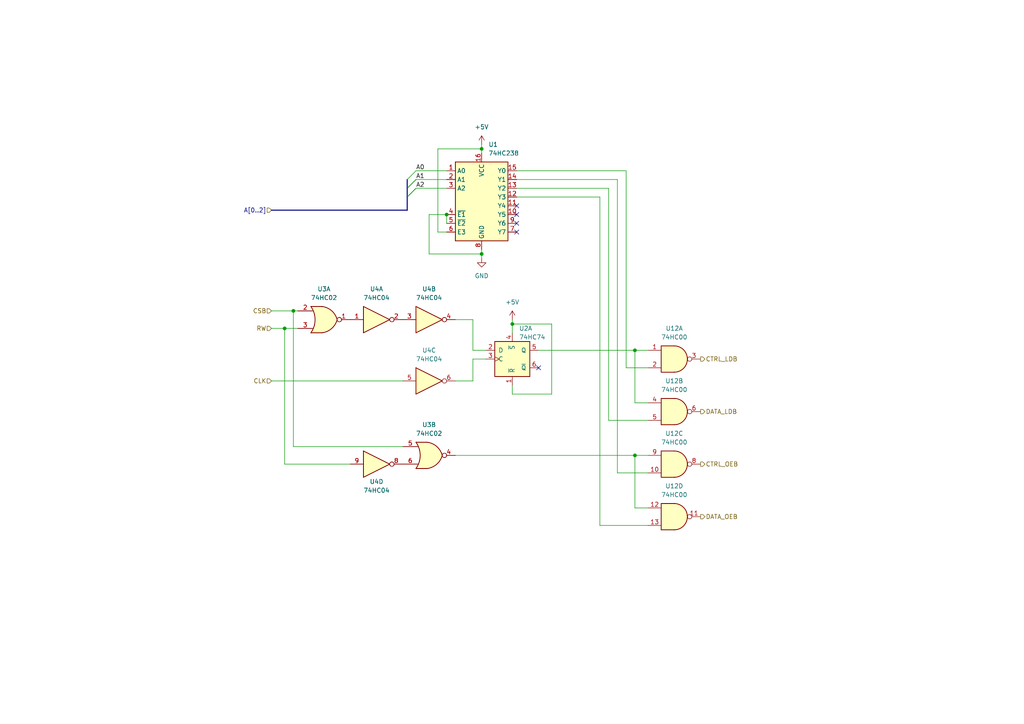
<source format=kicad_sch>
(kicad_sch (version 20230121) (generator eeschema)
  (paper "A4")
  (lib_symbols
    (symbol "+5V_1" (power) (pin_names (offset 0))
      (property "Value" "+5V_1" (at 0 3.556 0))
      (symbol "+5V_1_0_1"
        (polyline (pts (xy -0.762 1.27) (xy 0 2.54)))
        (polyline (pts (xy 0 0) (xy 0 2.54)))
        (polyline (pts (xy 0 2.54) (xy 0.762 1.27)))
      )
      (symbol "+5V_1_1_1"
        (pin power_in line (at 0 0 90) (length 0) hide (name "+5V") (number "1"))
      )
    )
    (symbol "74xx:74HC00" (pin_names (offset 1.016))
      (property "Reference" "U" (at 0 1.27 0))
      (property "Value" "74HC00" (at 0 -1.27 0))
      (symbol "74HC00_1_1"
        (arc (start 0 -3.81) (mid 3.7934 0) (end 0 3.81) (stroke (width 0.254)) (fill (type background)))
        (polyline (pts (xy 0 3.81) (xy -3.81 3.81) (xy -3.81 -3.81) (xy 0 -3.81)) (stroke (width 0.254)) (fill (type background)))
        (pin input line (at -7.62 2.54 0) (length 3.81) (name "~") (number "1"))
        (pin input line (at -7.62 -2.54 0) (length 3.81) (name "~") (number "2"))
        (pin output inverted (at 7.62 0 180) (length 3.81) (name "~") (number "3"))
      )
      (symbol "74HC00_1_2"
        (arc (start -3.81 -3.81) (mid -2.589 0) (end -3.81 3.81) (stroke (width 0.254)))
        (arc (start -0.6096 -3.81) (mid 2.1842 -2.5851) (end 3.81 0) (stroke (width 0.254)) (fill (type background)))
        (polyline (pts (xy -3.81 -3.81) (xy -0.635 -3.81)) (stroke (width 0.254)) (fill (type background)))
        (polyline (pts (xy -3.81 3.81) (xy -0.635 3.81)) (stroke (width 0.254)) (fill (type background)))
        (polyline (pts (xy -0.635 3.81) (xy -3.81 3.81) (xy -3.81 3.81) (xy -3.556 3.4036) (xy -3.0226 2.2606) (xy -2.6924 1.0414) (xy -2.6162 -0.254) (xy -2.7686 -1.4986) (xy -3.175 -2.7178) (xy -3.81 -3.81) (xy -3.81 -3.81) (xy -0.635 -3.81)) (stroke (width -25.4)) (fill (type background)))
        (arc (start 3.81 0) (mid 2.1915 2.5936) (end -0.6096 3.81) (stroke (width 0.254)) (fill (type background)))
        (pin input inverted (at -7.62 2.54 0) (length 4.318) (name "~") (number "1"))
        (pin input inverted (at -7.62 -2.54 0) (length 4.318) (name "~") (number "2"))
        (pin output line (at 7.62 0 180) (length 3.81) (name "~") (number "3"))
      )
      (symbol "74HC00_2_1"
        (arc (start 0 -3.81) (mid 3.7934 0) (end 0 3.81) (stroke (width 0.254)) (fill (type background)))
        (polyline (pts (xy 0 3.81) (xy -3.81 3.81) (xy -3.81 -3.81) (xy 0 -3.81)) (stroke (width 0.254)) (fill (type background)))
        (pin input line (at -7.62 2.54 0) (length 3.81) (name "~") (number "4"))
        (pin input line (at -7.62 -2.54 0) (length 3.81) (name "~") (number "5"))
        (pin output inverted (at 7.62 0 180) (length 3.81) (name "~") (number "6"))
      )
      (symbol "74HC00_2_2"
        (arc (start -3.81 -3.81) (mid -2.589 0) (end -3.81 3.81) (stroke (width 0.254)))
        (arc (start -0.6096 -3.81) (mid 2.1842 -2.5851) (end 3.81 0) (stroke (width 0.254)) (fill (type background)))
        (polyline (pts (xy -3.81 -3.81) (xy -0.635 -3.81)) (stroke (width 0.254)) (fill (type background)))
        (polyline (pts (xy -3.81 3.81) (xy -0.635 3.81)) (stroke (width 0.254)) (fill (type background)))
        (polyline (pts (xy -0.635 3.81) (xy -3.81 3.81) (xy -3.81 3.81) (xy -3.556 3.4036) (xy -3.0226 2.2606) (xy -2.6924 1.0414) (xy -2.6162 -0.254) (xy -2.7686 -1.4986) (xy -3.175 -2.7178) (xy -3.81 -3.81) (xy -3.81 -3.81) (xy -0.635 -3.81)) (stroke (width -25.4)) (fill (type background)))
        (arc (start 3.81 0) (mid 2.1915 2.5936) (end -0.6096 3.81) (stroke (width 0.254)) (fill (type background)))
        (pin input inverted (at -7.62 2.54 0) (length 4.318) (name "~") (number "4"))
        (pin input inverted (at -7.62 -2.54 0) (length 4.318) (name "~") (number "5"))
        (pin output line (at 7.62 0 180) (length 3.81) (name "~") (number "6"))
      )
      (symbol "74HC00_3_1"
        (arc (start 0 -3.81) (mid 3.7934 0) (end 0 3.81) (stroke (width 0.254)) (fill (type background)))
        (polyline (pts (xy 0 3.81) (xy -3.81 3.81) (xy -3.81 -3.81) (xy 0 -3.81)) (stroke (width 0.254)) (fill (type background)))
        (pin input line (at -7.62 -2.54 0) (length 3.81) (name "~") (number "10"))
        (pin output inverted (at 7.62 0 180) (length 3.81) (name "~") (number "8"))
        (pin input line (at -7.62 2.54 0) (length 3.81) (name "~") (number "9"))
      )
      (symbol "74HC00_3_2"
        (arc (start -3.81 -3.81) (mid -2.589 0) (end -3.81 3.81) (stroke (width 0.254)))
        (arc (start -0.6096 -3.81) (mid 2.1842 -2.5851) (end 3.81 0) (stroke (width 0.254)) (fill (type background)))
        (polyline (pts (xy -3.81 -3.81) (xy -0.635 -3.81)) (stroke (width 0.254)) (fill (type background)))
        (polyline (pts (xy -3.81 3.81) (xy -0.635 3.81)) (stroke (width 0.254)) (fill (type background)))
        (polyline (pts (xy -0.635 3.81) (xy -3.81 3.81) (xy -3.81 3.81) (xy -3.556 3.4036) (xy -3.0226 2.2606) (xy -2.6924 1.0414) (xy -2.6162 -0.254) (xy -2.7686 -1.4986) (xy -3.175 -2.7178) (xy -3.81 -3.81) (xy -3.81 -3.81) (xy -0.635 -3.81)) (stroke (width -25.4)) (fill (type background)))
        (arc (start 3.81 0) (mid 2.1915 2.5936) (end -0.6096 3.81) (stroke (width 0.254)) (fill (type background)))
        (pin input inverted (at -7.62 -2.54 0) (length 4.318) (name "~") (number "10"))
        (pin output line (at 7.62 0 180) (length 3.81) (name "~") (number "8"))
        (pin input inverted (at -7.62 2.54 0) (length 4.318) (name "~") (number "9"))
      )
      (symbol "74HC00_4_1"
        (arc (start 0 -3.81) (mid 3.7934 0) (end 0 3.81) (stroke (width 0.254)) (fill (type background)))
        (polyline (pts (xy 0 3.81) (xy -3.81 3.81) (xy -3.81 -3.81) (xy 0 -3.81)) (stroke (width 0.254)) (fill (type background)))
        (pin output inverted (at 7.62 0 180) (length 3.81) (name "~") (number "11"))
        (pin input line (at -7.62 2.54 0) (length 3.81) (name "~") (number "12"))
        (pin input line (at -7.62 -2.54 0) (length 3.81) (name "~") (number "13"))
      )
      (symbol "74HC00_4_2"
        (arc (start -3.81 -3.81) (mid -2.589 0) (end -3.81 3.81) (stroke (width 0.254)))
        (arc (start -0.6096 -3.81) (mid 2.1842 -2.5851) (end 3.81 0) (stroke (width 0.254)) (fill (type background)))
        (polyline (pts (xy -3.81 -3.81) (xy -0.635 -3.81)) (stroke (width 0.254)) (fill (type background)))
        (polyline (pts (xy -3.81 3.81) (xy -0.635 3.81)) (stroke (width 0.254)) (fill (type background)))
        (polyline (pts (xy -0.635 3.81) (xy -3.81 3.81) (xy -3.81 3.81) (xy -3.556 3.4036) (xy -3.0226 2.2606) (xy -2.6924 1.0414) (xy -2.6162 -0.254) (xy -2.7686 -1.4986) (xy -3.175 -2.7178) (xy -3.81 -3.81) (xy -3.81 -3.81) (xy -0.635 -3.81)) (stroke (width -25.4)) (fill (type background)))
        (arc (start 3.81 0) (mid 2.1915 2.5936) (end -0.6096 3.81) (stroke (width 0.254)) (fill (type background)))
        (pin output line (at 7.62 0 180) (length 3.81) (name "~") (number "11"))
        (pin input inverted (at -7.62 2.54 0) (length 4.318) (name "~") (number "12"))
        (pin input inverted (at -7.62 -2.54 0) (length 4.318) (name "~") (number "13"))
      )
      (symbol "74HC00_5_0"
        (pin power_in line (at 0 12.7 270) (length 5.08) (name "VCC") (number "14"))
        (pin power_in line (at 0 -12.7 90) (length 5.08) (name "GND") (number "7"))
      )
      (symbol "74HC00_5_1"
        (rectangle (start -5.08 7.62) (end 5.08 -7.62) (stroke (width 0.254)) (fill (type background)))
      )
    )
    (symbol "74xx:74HC02" (pin_names (offset 1.016))
      (property "Reference" "U" (at 0 1.27 0))
      (property "Value" "74HC02" (at 0 -1.27 0))
      (symbol "74HC02_1_1"
        (arc (start -3.81 -3.81) (mid -2.589 0) (end -3.81 3.81) (stroke (width 0.254)))
        (arc (start -0.6096 -3.81) (mid 2.1842 -2.5851) (end 3.81 0) (stroke (width 0.254)) (fill (type background)))
        (polyline (pts (xy -3.81 -3.81) (xy -0.635 -3.81)) (stroke (width 0.254)) (fill (type background)))
        (polyline (pts (xy -3.81 3.81) (xy -0.635 3.81)) (stroke (width 0.254)) (fill (type background)))
        (polyline (pts (xy -0.635 3.81) (xy -3.81 3.81) (xy -3.81 3.81) (xy -3.556 3.4036) (xy -3.0226 2.2606) (xy -2.6924 1.0414) (xy -2.6162 -0.254) (xy -2.7686 -1.4986) (xy -3.175 -2.7178) (xy -3.81 -3.81) (xy -3.81 -3.81) (xy -0.635 -3.81)) (stroke (width -25.4)) (fill (type background)))
        (arc (start 3.81 0) (mid 2.1915 2.5936) (end -0.6096 3.81) (stroke (width 0.254)) (fill (type background)))
        (pin output inverted (at 7.62 0 180) (length 3.81) (name "~") (number "1"))
        (pin input line (at -7.62 2.54 0) (length 4.318) (name "~") (number "2"))
        (pin input line (at -7.62 -2.54 0) (length 4.318) (name "~") (number "3"))
      )
      (symbol "74HC02_1_2"
        (arc (start 0 -3.81) (mid 3.7934 0) (end 0 3.81) (stroke (width 0.254)) (fill (type background)))
        (polyline (pts (xy 0 3.81) (xy -3.81 3.81) (xy -3.81 -3.81) (xy 0 -3.81)) (stroke (width 0.254)) (fill (type background)))
        (pin output line (at 7.62 0 180) (length 3.81) (name "~") (number "1"))
        (pin input inverted (at -7.62 2.54 0) (length 3.81) (name "~") (number "2"))
        (pin input inverted (at -7.62 -2.54 0) (length 3.81) (name "~") (number "3"))
      )
      (symbol "74HC02_2_1"
        (arc (start -3.81 -3.81) (mid -2.589 0) (end -3.81 3.81) (stroke (width 0.254)))
        (arc (start -0.6096 -3.81) (mid 2.1842 -2.5851) (end 3.81 0) (stroke (width 0.254)) (fill (type background)))
        (polyline (pts (xy -3.81 -3.81) (xy -0.635 -3.81)) (stroke (width 0.254)) (fill (type background)))
        (polyline (pts (xy -3.81 3.81) (xy -0.635 3.81)) (stroke (width 0.254)) (fill (type background)))
        (polyline (pts (xy -0.635 3.81) (xy -3.81 3.81) (xy -3.81 3.81) (xy -3.556 3.4036) (xy -3.0226 2.2606) (xy -2.6924 1.0414) (xy -2.6162 -0.254) (xy -2.7686 -1.4986) (xy -3.175 -2.7178) (xy -3.81 -3.81) (xy -3.81 -3.81) (xy -0.635 -3.81)) (stroke (width -25.4)) (fill (type background)))
        (arc (start 3.81 0) (mid 2.1915 2.5936) (end -0.6096 3.81) (stroke (width 0.254)) (fill (type background)))
        (pin output inverted (at 7.62 0 180) (length 3.81) (name "~") (number "4"))
        (pin input line (at -7.62 2.54 0) (length 4.318) (name "~") (number "5"))
        (pin input line (at -7.62 -2.54 0) (length 4.318) (name "~") (number "6"))
      )
      (symbol "74HC02_2_2"
        (arc (start 0 -3.81) (mid 3.7934 0) (end 0 3.81) (stroke (width 0.254)) (fill (type background)))
        (polyline (pts (xy 0 3.81) (xy -3.81 3.81) (xy -3.81 -3.81) (xy 0 -3.81)) (stroke (width 0.254)) (fill (type background)))
        (pin output line (at 7.62 0 180) (length 3.81) (name "~") (number "4"))
        (pin input inverted (at -7.62 2.54 0) (length 3.81) (name "~") (number "5"))
        (pin input inverted (at -7.62 -2.54 0) (length 3.81) (name "~") (number "6"))
      )
      (symbol "74HC02_3_1"
        (arc (start -3.81 -3.81) (mid -2.589 0) (end -3.81 3.81) (stroke (width 0.254)))
        (arc (start -0.6096 -3.81) (mid 2.1842 -2.5851) (end 3.81 0) (stroke (width 0.254)) (fill (type background)))
        (polyline (pts (xy -3.81 -3.81) (xy -0.635 -3.81)) (stroke (width 0.254)) (fill (type background)))
        (polyline (pts (xy -3.81 3.81) (xy -0.635 3.81)) (stroke (width 0.254)) (fill (type background)))
        (polyline (pts (xy -0.635 3.81) (xy -3.81 3.81) (xy -3.81 3.81) (xy -3.556 3.4036) (xy -3.0226 2.2606) (xy -2.6924 1.0414) (xy -2.6162 -0.254) (xy -2.7686 -1.4986) (xy -3.175 -2.7178) (xy -3.81 -3.81) (xy -3.81 -3.81) (xy -0.635 -3.81)) (stroke (width -25.4)) (fill (type background)))
        (arc (start 3.81 0) (mid 2.1915 2.5936) (end -0.6096 3.81) (stroke (width 0.254)) (fill (type background)))
        (pin output inverted (at 7.62 0 180) (length 3.81) (name "~") (number "10"))
        (pin input line (at -7.62 2.54 0) (length 4.318) (name "~") (number "8"))
        (pin input line (at -7.62 -2.54 0) (length 4.318) (name "~") (number "9"))
      )
      (symbol "74HC02_3_2"
        (arc (start 0 -3.81) (mid 3.7934 0) (end 0 3.81) (stroke (width 0.254)) (fill (type background)))
        (polyline (pts (xy 0 3.81) (xy -3.81 3.81) (xy -3.81 -3.81) (xy 0 -3.81)) (stroke (width 0.254)) (fill (type background)))
        (pin output line (at 7.62 0 180) (length 3.81) (name "~") (number "10"))
        (pin input inverted (at -7.62 2.54 0) (length 3.81) (name "~") (number "8"))
        (pin input inverted (at -7.62 -2.54 0) (length 3.81) (name "~") (number "9"))
      )
      (symbol "74HC02_4_1"
        (arc (start -3.81 -3.81) (mid -2.589 0) (end -3.81 3.81) (stroke (width 0.254)))
        (arc (start -0.6096 -3.81) (mid 2.1842 -2.5851) (end 3.81 0) (stroke (width 0.254)) (fill (type background)))
        (polyline (pts (xy -3.81 -3.81) (xy -0.635 -3.81)) (stroke (width 0.254)) (fill (type background)))
        (polyline (pts (xy -3.81 3.81) (xy -0.635 3.81)) (stroke (width 0.254)) (fill (type background)))
        (polyline (pts (xy -0.635 3.81) (xy -3.81 3.81) (xy -3.81 3.81) (xy -3.556 3.4036) (xy -3.0226 2.2606) (xy -2.6924 1.0414) (xy -2.6162 -0.254) (xy -2.7686 -1.4986) (xy -3.175 -2.7178) (xy -3.81 -3.81) (xy -3.81 -3.81) (xy -0.635 -3.81)) (stroke (width -25.4)) (fill (type background)))
        (arc (start 3.81 0) (mid 2.1915 2.5936) (end -0.6096 3.81) (stroke (width 0.254)) (fill (type background)))
        (pin input line (at -7.62 2.54 0) (length 4.318) (name "~") (number "11"))
        (pin input line (at -7.62 -2.54 0) (length 4.318) (name "~") (number "12"))
        (pin output inverted (at 7.62 0 180) (length 3.81) (name "~") (number "13"))
      )
      (symbol "74HC02_4_2"
        (arc (start 0 -3.81) (mid 3.7934 0) (end 0 3.81) (stroke (width 0.254)) (fill (type background)))
        (polyline (pts (xy 0 3.81) (xy -3.81 3.81) (xy -3.81 -3.81) (xy 0 -3.81)) (stroke (width 0.254)) (fill (type background)))
        (pin input inverted (at -7.62 2.54 0) (length 3.81) (name "~") (number "11"))
        (pin input inverted (at -7.62 -2.54 0) (length 3.81) (name "~") (number "12"))
        (pin output line (at 7.62 0 180) (length 3.81) (name "~") (number "13"))
      )
      (symbol "74HC02_5_0"
        (pin power_in line (at 0 12.7 270) (length 5.08) (name "VCC") (number "14"))
        (pin power_in line (at 0 -12.7 90) (length 5.08) (name "GND") (number "7"))
      )
      (symbol "74HC02_5_1"
        (rectangle (start -5.08 7.62) (end 5.08 -7.62) (stroke (width 0.254)) (fill (type background)))
      )
    )
    (symbol "74xx:74HC04"
      (property "Reference" "U" (at 0 1.27 0))
      (property "Value" "74HC04" (at 0 -1.27 0))
      (symbol "74HC04_1_0"
        (polyline (pts (xy -3.81 3.81) (xy -3.81 -3.81) (xy 3.81 0) (xy -3.81 3.81)) (stroke (width 0.254)) (fill (type background)))
        (pin input line (at -7.62 0 0) (length 3.81) (name "~") (number "1"))
        (pin output inverted (at 7.62 0 180) (length 3.81) (name "~") (number "2"))
      )
      (symbol "74HC04_2_0"
        (polyline (pts (xy -3.81 3.81) (xy -3.81 -3.81) (xy 3.81 0) (xy -3.81 3.81)) (stroke (width 0.254)) (fill (type background)))
        (pin input line (at -7.62 0 0) (length 3.81) (name "~") (number "3"))
        (pin output inverted (at 7.62 0 180) (length 3.81) (name "~") (number "4"))
      )
      (symbol "74HC04_3_0"
        (polyline (pts (xy -3.81 3.81) (xy -3.81 -3.81) (xy 3.81 0) (xy -3.81 3.81)) (stroke (width 0.254)) (fill (type background)))
        (pin input line (at -7.62 0 0) (length 3.81) (name "~") (number "5"))
        (pin output inverted (at 7.62 0 180) (length 3.81) (name "~") (number "6"))
      )
      (symbol "74HC04_4_0"
        (polyline (pts (xy -3.81 3.81) (xy -3.81 -3.81) (xy 3.81 0) (xy -3.81 3.81)) (stroke (width 0.254)) (fill (type background)))
        (pin output inverted (at 7.62 0 180) (length 3.81) (name "~") (number "8"))
        (pin input line (at -7.62 0 0) (length 3.81) (name "~") (number "9"))
      )
      (symbol "74HC04_5_0"
        (polyline (pts (xy -3.81 3.81) (xy -3.81 -3.81) (xy 3.81 0) (xy -3.81 3.81)) (stroke (width 0.254)) (fill (type background)))
        (pin output inverted (at 7.62 0 180) (length 3.81) (name "~") (number "10"))
        (pin input line (at -7.62 0 0) (length 3.81) (name "~") (number "11"))
      )
      (symbol "74HC04_6_0"
        (polyline (pts (xy -3.81 3.81) (xy -3.81 -3.81) (xy 3.81 0) (xy -3.81 3.81)) (stroke (width 0.254)) (fill (type background)))
        (pin output inverted (at 7.62 0 180) (length 3.81) (name "~") (number "12"))
        (pin input line (at -7.62 0 0) (length 3.81) (name "~") (number "13"))
      )
      (symbol "74HC04_7_0"
        (pin power_in line (at 0 12.7 270) (length 5.08) (name "VCC") (number "14"))
        (pin power_in line (at 0 -12.7 90) (length 5.08) (name "GND") (number "7"))
      )
      (symbol "74HC04_7_1"
        (rectangle (start -5.08 7.62) (end 5.08 -7.62) (stroke (width 0.254)) (fill (type background)))
      )
    )
    (symbol "74xx:74HC238"
      (property "Reference" "U" (at -7.62 13.97 0))
      (property "Value" "74HC238" (at 2.54 -11.43 0))
      (symbol "74HC238_0_1"
        (rectangle (start -7.62 12.7) (end 7.62 -10.16) (stroke (width 0.254)) (fill (type background)))
      )
      (symbol "74HC238_1_1"
        (pin input line (at -10.16 10.16 0) (length 2.54) (name "A0") (number "1"))
        (pin output line (at 10.16 -2.54 180) (length 2.54) (name "Y5") (number "10"))
        (pin output line (at 10.16 0 180) (length 2.54) (name "Y4") (number "11"))
        (pin output line (at 10.16 2.54 180) (length 2.54) (name "Y3") (number "12"))
        (pin output line (at 10.16 5.08 180) (length 2.54) (name "Y2") (number "13"))
        (pin output line (at 10.16 7.62 180) (length 2.54) (name "Y1") (number "14"))
        (pin output line (at 10.16 10.16 180) (length 2.54) (name "Y0") (number "15"))
        (pin power_in line (at 0 15.24 270) (length 2.54) (name "VCC") (number "16"))
        (pin input line (at -10.16 7.62 0) (length 2.54) (name "A1") (number "2"))
        (pin input line (at -10.16 5.08 0) (length 2.54) (name "A2") (number "3"))
        (pin input line (at -10.16 -2.54 0) (length 2.54) (name "~{E1}") (number "4"))
        (pin input line (at -10.16 -5.08 0) (length 2.54) (name "~{E2}") (number "5"))
        (pin input line (at -10.16 -7.62 0) (length 2.54) (name "E3") (number "6"))
        (pin output line (at 10.16 -7.62 180) (length 2.54) (name "Y7") (number "7"))
        (pin power_in line (at 0 -12.7 90) (length 2.54) (name "GND") (number "8"))
        (pin output line (at 10.16 -5.08 180) (length 2.54) (name "Y6") (number "9"))
      )
    )
    (symbol "74xx:74HC74" (pin_names (offset 1.016))
      (property "Reference" "U" (at -7.62 8.89 0))
      (property "Value" "74HC74" (at -7.62 -8.89 0))
      (symbol "74HC74_1_0"
        (pin input line (at 0 -7.62 90) (length 2.54) (name "~{R}") (number "1"))
        (pin input line (at -7.62 2.54 0) (length 2.54) (name "D") (number "2"))
        (pin input clock (at -7.62 0 0) (length 2.54) (name "C") (number "3"))
        (pin input line (at 0 7.62 270) (length 2.54) (name "~{S}") (number "4"))
        (pin output line (at 7.62 2.54 180) (length 2.54) (name "Q") (number "5"))
        (pin output line (at 7.62 -2.54 180) (length 2.54) (name "~{Q}") (number "6"))
      )
      (symbol "74HC74_1_1"
        (rectangle (start -5.08 5.08) (end 5.08 -5.08) (stroke (width 0.254)) (fill (type background)))
      )
      (symbol "74HC74_2_0"
        (pin input line (at 0 7.62 270) (length 2.54) (name "~{S}") (number "10"))
        (pin input clock (at -7.62 0 0) (length 2.54) (name "C") (number "11"))
        (pin input line (at -7.62 2.54 0) (length 2.54) (name "D") (number "12"))
        (pin input line (at 0 -7.62 90) (length 2.54) (name "~{R}") (number "13"))
        (pin output line (at 7.62 -2.54 180) (length 2.54) (name "~{Q}") (number "8"))
        (pin output line (at 7.62 2.54 180) (length 2.54) (name "Q") (number "9"))
      )
      (symbol "74HC74_2_1"
        (rectangle (start -5.08 5.08) (end 5.08 -5.08) (stroke (width 0.254)) (fill (type background)))
      )
      (symbol "74HC74_3_0"
        (pin power_in line (at 0 10.16 270) (length 2.54) (name "VCC") (number "14"))
        (pin power_in line (at 0 -10.16 90) (length 2.54) (name "GND") (number "7"))
      )
      (symbol "74HC74_3_1"
        (rectangle (start -5.08 7.62) (end 5.08 -7.62) (stroke (width 0.254)) (fill (type background)))
      )
    )
    (symbol "GND_1" (power) (pin_names (offset 0))
      (property "Value" "GND_1" (at 0 -3.81 0))
      (symbol "GND_1_0_1"
        (polyline (pts (xy 0 0) (xy 0 -1.27) (xy 1.27 -1.27) (xy 0 -2.54) (xy -1.27 -1.27) (xy 0 -1.27)))
      )
      (symbol "GND_1_1_1"
        (pin power_in line (at 0 0 270) (length 0) hide (name "GND") (number "1"))
      )
    )
  )
  (junction (at 139.7 43.18))
  (junction (at 129.54 62.23))
  (junction (at 148.59 93.98))
  (junction (at 82.55 95.25))
  (junction (at 184.15 132.08))
  (junction (at 85.09 90.17))
  (junction (at 184.15 101.6))
  (junction (at 139.7 73.66))
  (no_connect (at 149.86 67.31))
  (no_connect (at 149.86 62.23))
  (no_connect (at 149.86 64.77))
  (no_connect (at 156.21 106.68))
  (no_connect (at 149.86 59.69))
  (bus_entry (at 118.11 54.61) (size 2.54 -2.54))
  (bus_entry (at 118.11 57.15) (size 2.54 -2.54))
  (bus_entry (at 118.11 54.61) (size 2.54 -2.54))
  (bus_entry (at 118.11 52.07) (size 2.54 -2.54))
  (bus_entry (at 118.11 57.15) (size 2.54 -2.54))
  (wire (pts (xy 149.86 52.07) (xy 179.07 52.07)))
  (wire (pts (xy 176.53 54.61) (xy 176.53 121.92)))
  (wire (pts (xy 132.08 132.08) (xy 184.15 132.08)))
  (wire (pts (xy 127 43.18) (xy 139.7 43.18)))
  (bus (pts (xy 118.11 57.15) (xy 118.11 60.96)))
  (wire (pts (xy 176.53 121.92) (xy 187.96 121.92)))
  (wire (pts (xy 78.74 90.17) (xy 85.09 90.17)))
  (wire (pts (xy 184.15 132.08) (xy 187.96 132.08)))
  (wire (pts (xy 137.16 104.14) (xy 137.16 110.49)))
  (wire (pts (xy 139.7 43.18) (xy 139.7 44.45)))
  (wire (pts (xy 184.15 132.08) (xy 184.15 147.32)))
  (bus (pts (xy 118.11 52.07) (xy 118.11 54.61)))
  (wire (pts (xy 184.15 147.32) (xy 187.96 147.32)))
  (wire (pts (xy 184.15 101.6) (xy 184.15 116.84)))
  (wire (pts (xy 173.99 57.15) (xy 173.99 152.4)))
  (wire (pts (xy 148.59 114.3) (xy 160.02 114.3)))
  (wire (pts (xy 129.54 62.23) (xy 124.46 62.23)))
  (wire (pts (xy 82.55 95.25) (xy 86.36 95.25)))
  (wire (pts (xy 173.99 152.4) (xy 187.96 152.4)))
  (wire (pts (xy 139.7 41.91) (xy 139.7 43.18)))
  (wire (pts (xy 184.15 101.6) (xy 187.96 101.6)))
  (wire (pts (xy 140.97 104.14) (xy 137.16 104.14)))
  (wire (pts (xy 82.55 95.25) (xy 82.55 134.62)))
  (bus (pts (xy 78.74 60.96) (xy 118.11 60.96)))
  (wire (pts (xy 148.59 93.98) (xy 148.59 96.52)))
  (wire (pts (xy 137.16 92.71) (xy 132.08 92.71)))
  (wire (pts (xy 85.09 90.17) (xy 85.09 129.54)))
  (wire (pts (xy 139.7 73.66) (xy 139.7 74.93)))
  (wire (pts (xy 148.59 93.98) (xy 160.02 93.98)))
  (wire (pts (xy 156.21 101.6) (xy 184.15 101.6)))
  (wire (pts (xy 149.86 57.15) (xy 173.99 57.15)))
  (wire (pts (xy 160.02 114.3) (xy 160.02 93.98)))
  (wire (pts (xy 184.15 116.84) (xy 187.96 116.84)))
  (wire (pts (xy 148.59 111.76) (xy 148.59 114.3)))
  (wire (pts (xy 179.07 52.07) (xy 179.07 137.16)))
  (wire (pts (xy 148.59 92.71) (xy 148.59 93.98)))
  (wire (pts (xy 120.65 52.07) (xy 129.54 52.07)))
  (wire (pts (xy 179.07 137.16) (xy 187.96 137.16)))
  (wire (pts (xy 78.74 110.49) (xy 116.84 110.49)))
  (wire (pts (xy 120.65 49.53) (xy 129.54 49.53)))
  (wire (pts (xy 129.54 62.23) (xy 129.54 64.77)))
  (wire (pts (xy 137.16 101.6) (xy 137.16 92.71)))
  (wire (pts (xy 129.54 67.31) (xy 127 67.31)))
  (wire (pts (xy 124.46 62.23) (xy 124.46 73.66)))
  (bus (pts (xy 118.11 54.61) (xy 118.11 57.15)))
  (wire (pts (xy 127 67.31) (xy 127 43.18)))
  (wire (pts (xy 149.86 54.61) (xy 176.53 54.61)))
  (wire (pts (xy 181.61 49.53) (xy 149.86 49.53)))
  (wire (pts (xy 187.96 106.68) (xy 181.61 106.68)))
  (wire (pts (xy 139.7 72.39) (xy 139.7 73.66)))
  (wire (pts (xy 82.55 134.62) (xy 101.6 134.62)))
  (wire (pts (xy 124.46 73.66) (xy 139.7 73.66)))
  (wire (pts (xy 120.65 54.61) (xy 129.54 54.61)))
  (wire (pts (xy 181.61 106.68) (xy 181.61 49.53)))
  (wire (pts (xy 140.97 101.6) (xy 137.16 101.6)))
  (wire (pts (xy 85.09 90.17) (xy 86.36 90.17)))
  (wire (pts (xy 137.16 110.49) (xy 132.08 110.49)))
  (wire (pts (xy 85.09 129.54) (xy 116.84 129.54)))
  (wire (pts (xy 78.74 95.25) (xy 82.55 95.25)))
  (label "A0" (at 120.65 49.53 0))
  (label "A1" (at 120.65 52.07 0))
  (label "A2" (at 120.65 54.61 0))
  (hierarchical_label "CSB" (shape input) (at 78.74 90.17 180))
  (hierarchical_label "A[0..2]" (shape input) (at 78.74 60.96 180))
  (hierarchical_label "CLK" (shape input) (at 78.74 110.49 180))
  (hierarchical_label "CTRL_OEB" (shape output) (at 203.2 134.62 0))
  (hierarchical_label "DATA_OEB" (shape output) (at 203.2 149.86 0))
  (hierarchical_label "RW" (shape input) (at 78.74 95.25 180))
  (hierarchical_label "CTRL_LDB" (shape output) (at 203.2 104.14 0))
  (hierarchical_label "DATA_LDB" (shape output) (at 203.2 119.38 0))
  (symbol (lib_id "74xx:74HC00") (at 195.58 104.14 0) (unit 1)
    (property "Reference" "U12" (at 195.5717 95.25 0))
    (property "Value" "74HC00" (at 195.5717 97.79 0))
    (property "Datasheet" "http://www.ti.com/lit/gpn/sn74hc00" (effects hide))
    (instances (project "SerialPeripheralInterfaceBoard" (path "" (reference "U12") (unit 1)) (path "" (reference "U3") (unit 1))))
  )
  (symbol (lib_name "+5V_1") (lib_id "power:+5V") (at 139.7 41.91 0) (unit 1)
    (property "Reference" "#PWR05" (effects hide))
    (property "Value" "+5V" (at 139.7 36.83 0))
  )
  (symbol (lib_name "+5V_1") (lib_id "power:+5V") (at 148.59 92.71 0) (unit 1)
    (property "Reference" "#PWR07" (effects hide))
    (property "Value" "+5V" (at 148.59 87.63 0))
  )
  (symbol (lib_id "74xx:74HC04") (at 124.46 92.71 0) (unit 2)
    (property "Reference" "U4" (at 124.46 83.82 0))
    (property "Value" "74HC04" (at 124.46 86.36 0))
    (property "Datasheet" "https://assets.nexperia.com/documents/data-sheet/74HC_HCT04.pdf" (effects hide))
  )
  (symbol (lib_id "74xx:74HC00") (at 195.58 134.62 0) (unit 3)
    (property "Reference" "U12" (at 195.5717 125.73 0))
    (property "Value" "74HC00" (at 195.5717 128.27 0))
    (property "Datasheet" "http://www.ti.com/lit/gpn/sn74hc00" (effects hide))
    (instances (project "SerialPeripheralInterfaceBoard" (path "" (reference "U12") (unit 3)) (path "" (reference "U3") (unit 3))))
  )
  (symbol (lib_id "74xx:74HC02") (at 124.46 132.08 0) (unit 2)
    (property "Reference" "U3" (at 124.46 123.19 0))
    (property "Value" "74HC02" (at 124.46 125.73 0))
    (property "Datasheet" "http://www.ti.com/lit/gpn/sn74hc02" (effects hide))
    (instances (project "SerialPeripheralInterfaceBoard" (path "" (reference "U3") (unit 2)) (path "" (reference "U1") (unit 2))))
  )
  (symbol (lib_id "74xx:74HC00") (at 195.58 149.86 0) (unit 4)
    (property "Reference" "U12" (at 195.5717 140.97 0))
    (property "Value" "74HC00" (at 195.5717 143.51 0))
    (property "Datasheet" "http://www.ti.com/lit/gpn/sn74hc00" (effects hide))
    (instances (project "SerialPeripheralInterfaceBoard" (path "" (reference "U12") (unit 4)) (path "" (reference "U3") (unit 4))))
  )
  (symbol (lib_id "74xx:74HC04") (at 109.22 92.71 0) (unit 1)
    (property "Reference" "U4" (at 109.22 83.82 0))
    (property "Value" "74HC04" (at 109.22 86.36 0))
    (property "Datasheet" "https://assets.nexperia.com/documents/data-sheet/74HC_HCT04.pdf" (effects hide))
  )
  (symbol (lib_name "GND_1") (lib_id "power:GND") (at 139.7 74.93 0) (unit 1)
    (property "Reference" "#PWR06" (effects hide))
    (property "Value" "GND" (at 139.7 80.01 0))
  )
  (symbol (lib_id "74xx:74HC00") (at 195.58 119.38 0) (unit 2)
    (property "Reference" "U12" (at 195.5717 110.49 0))
    (property "Value" "74HC00" (at 195.5717 113.03 0))
    (property "Datasheet" "http://www.ti.com/lit/gpn/sn74hc00" (effects hide))
    (instances (project "SerialPeripheralInterfaceBoard" (path "" (reference "U12") (unit 2)) (path "" (reference "U3") (unit 2))))
  )
  (symbol (lib_id "74xx:74HC04") (at 109.22 134.62 0) (unit 4)
    (property "Reference" "U4" (at 109.22 139.7 0))
    (property "Value" "74HC04" (at 109.22 142.24 0))
    (property "Datasheet" "https://assets.nexperia.com/documents/data-sheet/74HC_HCT04.pdf" (effects hide))
  )
  (symbol (lib_id "74xx:74HC238") (at 139.7 59.69 0) (unit 1)
    (property "Reference" "U1" (at 141.6559 41.91 0) (effects (justify left)))
    (property "Value" "74HC238" (at 141.6559 44.45 0) (effects (justify left)))
    (property "Datasheet" "https://www.ti.com/lit/ds/symlink/cd74hc238.pdf" (effects hide))
    (instances (project "SerialPeripheralInterfaceBoard" (path "" (reference "U1") (unit 1)) (path "" (reference "U11") (unit 1))))
  )
  (symbol (lib_id "74xx:74HC02") (at 93.98 92.71 0) (unit 1)
    (property "Reference" "U3" (at 93.98 83.82 0))
    (property "Value" "74HC02" (at 93.98 86.36 0))
    (property "Datasheet" "http://www.ti.com/lit/gpn/sn74hc02" (effects hide))
    (instances (project "SerialPeripheralInterfaceBoard" (path "" (reference "U3") (unit 1)) (path "" (reference "U1") (unit 1))))
  )
  (symbol (lib_id "74xx:74HC04") (at 124.46 110.49 0) (unit 3)
    (property "Reference" "U4" (at 124.46 101.6 0))
    (property "Value" "74HC04" (at 124.46 104.14 0))
    (property "Datasheet" "https://assets.nexperia.com/documents/data-sheet/74HC_HCT04.pdf" (effects hide))
  )
  (symbol (lib_id "74xx:74HC74") (at 148.59 104.14 0) (unit 1)
    (property "Reference" "U2" (at 150.5459 95.25 0) (effects (justify left)))
    (property "Value" "74HC74" (at 150.5459 97.79 0) (effects (justify left)))
    (property "Datasheet" "74xx/74hc_hct74.pdf" (effects hide))
  )
)
</source>
